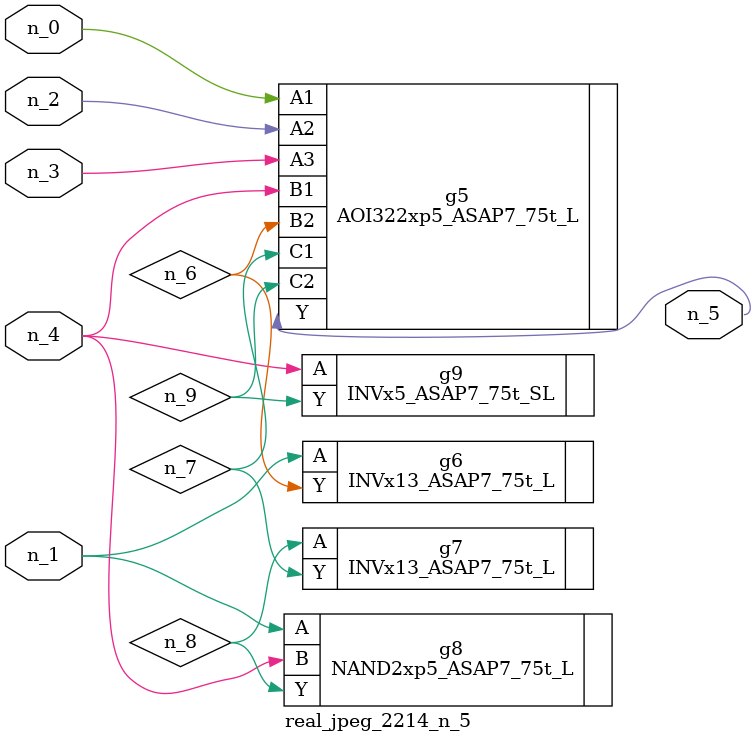
<source format=v>
module real_jpeg_2214_n_5 (n_4, n_0, n_1, n_2, n_3, n_5);

input n_4;
input n_0;
input n_1;
input n_2;
input n_3;

output n_5;

wire n_8;
wire n_6;
wire n_7;
wire n_9;

AOI322xp5_ASAP7_75t_L g5 ( 
.A1(n_0),
.A2(n_2),
.A3(n_3),
.B1(n_4),
.B2(n_6),
.C1(n_7),
.C2(n_9),
.Y(n_5)
);

INVx13_ASAP7_75t_L g6 ( 
.A(n_1),
.Y(n_6)
);

NAND2xp5_ASAP7_75t_L g8 ( 
.A(n_1),
.B(n_4),
.Y(n_8)
);

INVx5_ASAP7_75t_SL g9 ( 
.A(n_4),
.Y(n_9)
);

INVx13_ASAP7_75t_L g7 ( 
.A(n_8),
.Y(n_7)
);


endmodule
</source>
